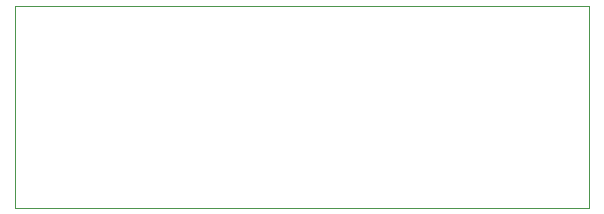
<source format=gbr>
%TF.GenerationSoftware,KiCad,Pcbnew,7.0.9*%
%TF.CreationDate,2025-02-03T19:38:27-05:00*%
%TF.ProjectId,squircuit_relay_prototyping,73717569-7263-4756-9974-5f72656c6179,rev?*%
%TF.SameCoordinates,Original*%
%TF.FileFunction,Profile,NP*%
%FSLAX46Y46*%
G04 Gerber Fmt 4.6, Leading zero omitted, Abs format (unit mm)*
G04 Created by KiCad (PCBNEW 7.0.9) date 2025-02-03 19:38:27*
%MOMM*%
%LPD*%
G01*
G04 APERTURE LIST*
%TA.AperFunction,Profile*%
%ADD10C,0.100000*%
%TD*%
G04 APERTURE END LIST*
D10*
X16002000Y-12573000D02*
X64643000Y-12573000D01*
X64643000Y-29718000D01*
X16002000Y-29718000D01*
X16002000Y-12573000D01*
M02*

</source>
